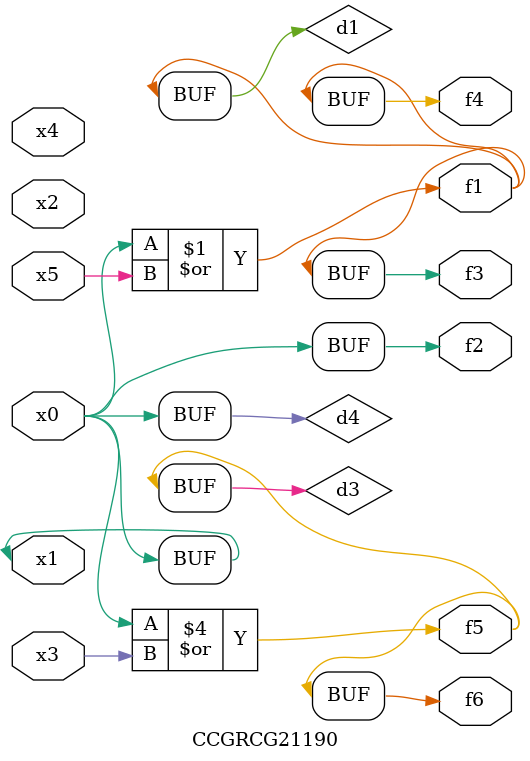
<source format=v>
module CCGRCG21190(
	input x0, x1, x2, x3, x4, x5,
	output f1, f2, f3, f4, f5, f6
);

	wire d1, d2, d3, d4;

	or (d1, x0, x5);
	xnor (d2, x1, x4);
	or (d3, x0, x3);
	buf (d4, x0, x1);
	assign f1 = d1;
	assign f2 = d4;
	assign f3 = d1;
	assign f4 = d1;
	assign f5 = d3;
	assign f6 = d3;
endmodule

</source>
